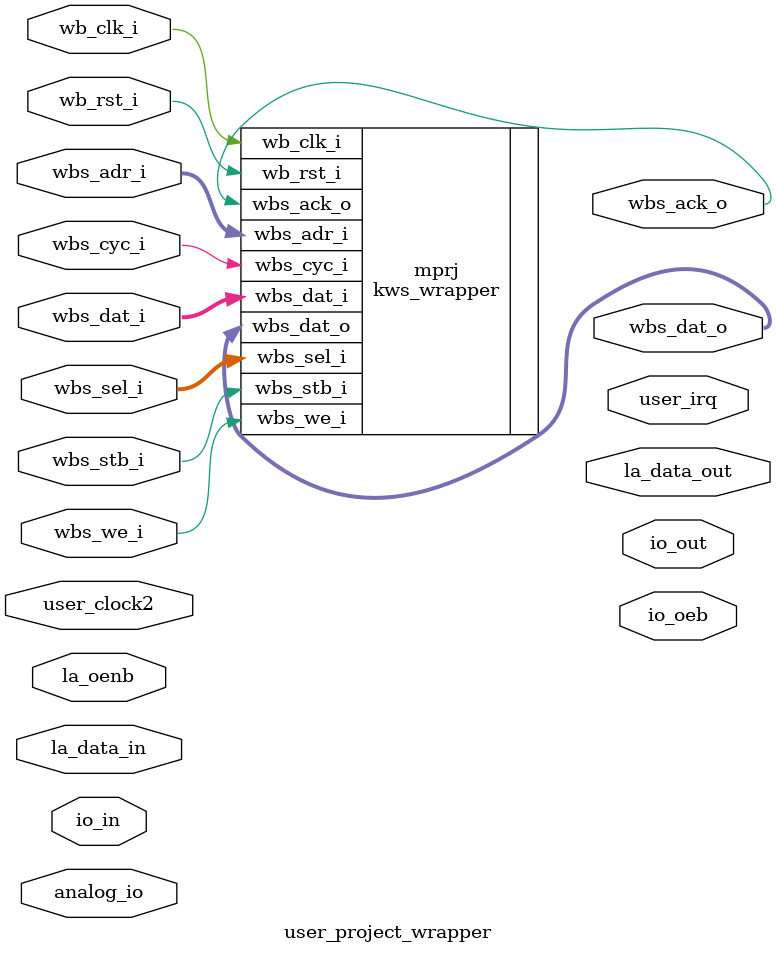
<source format=v>
module user_project_wrapper (user_clock2,
    wb_clk_i,
    wb_rst_i,
    wbs_ack_o,
    wbs_cyc_i,
    wbs_stb_i,
    wbs_we_i,
    analog_io,
    io_in,
    io_oeb,
    io_out,
    la_data_in,
    la_data_out,
    la_oenb,
    user_irq,
    wbs_adr_i,
    wbs_dat_i,
    wbs_dat_o,
    wbs_sel_i);
 input user_clock2;
 input wb_clk_i;
 input wb_rst_i;
 output wbs_ack_o;
 input wbs_cyc_i;
 input wbs_stb_i;
 input wbs_we_i;
 inout [28:0] analog_io;
 input [37:0] io_in;
 output [37:0] io_oeb;
 output [37:0] io_out;
 input [127:0] la_data_in;
 output [127:0] la_data_out;
 input [127:0] la_oenb;
 output [2:0] user_irq;
 input [31:0] wbs_adr_i;
 input [31:0] wbs_dat_i;
 output [31:0] wbs_dat_o;
 input [3:0] wbs_sel_i;


 kws_wrapper mprj (.wb_clk_i(wb_clk_i),
    .wb_rst_i(wb_rst_i),
    .wbs_ack_o(wbs_ack_o),
    .wbs_cyc_i(wbs_cyc_i),
    .wbs_stb_i(wbs_stb_i),
    .wbs_we_i(wbs_we_i),
    .wbs_adr_i({wbs_adr_i[31],
    wbs_adr_i[30],
    wbs_adr_i[29],
    wbs_adr_i[28],
    wbs_adr_i[27],
    wbs_adr_i[26],
    wbs_adr_i[25],
    wbs_adr_i[24],
    wbs_adr_i[23],
    wbs_adr_i[22],
    wbs_adr_i[21],
    wbs_adr_i[20],
    wbs_adr_i[19],
    wbs_adr_i[18],
    wbs_adr_i[17],
    wbs_adr_i[16],
    wbs_adr_i[15],
    wbs_adr_i[14],
    wbs_adr_i[13],
    wbs_adr_i[12],
    wbs_adr_i[11],
    wbs_adr_i[10],
    wbs_adr_i[9],
    wbs_adr_i[8],
    wbs_adr_i[7],
    wbs_adr_i[6],
    wbs_adr_i[5],
    wbs_adr_i[4],
    wbs_adr_i[3],
    wbs_adr_i[2],
    wbs_adr_i[1],
    wbs_adr_i[0]}),
    .wbs_dat_i({wbs_dat_i[31],
    wbs_dat_i[30],
    wbs_dat_i[29],
    wbs_dat_i[28],
    wbs_dat_i[27],
    wbs_dat_i[26],
    wbs_dat_i[25],
    wbs_dat_i[24],
    wbs_dat_i[23],
    wbs_dat_i[22],
    wbs_dat_i[21],
    wbs_dat_i[20],
    wbs_dat_i[19],
    wbs_dat_i[18],
    wbs_dat_i[17],
    wbs_dat_i[16],
    wbs_dat_i[15],
    wbs_dat_i[14],
    wbs_dat_i[13],
    wbs_dat_i[12],
    wbs_dat_i[11],
    wbs_dat_i[10],
    wbs_dat_i[9],
    wbs_dat_i[8],
    wbs_dat_i[7],
    wbs_dat_i[6],
    wbs_dat_i[5],
    wbs_dat_i[4],
    wbs_dat_i[3],
    wbs_dat_i[2],
    wbs_dat_i[1],
    wbs_dat_i[0]}),
    .wbs_dat_o({wbs_dat_o[31],
    wbs_dat_o[30],
    wbs_dat_o[29],
    wbs_dat_o[28],
    wbs_dat_o[27],
    wbs_dat_o[26],
    wbs_dat_o[25],
    wbs_dat_o[24],
    wbs_dat_o[23],
    wbs_dat_o[22],
    wbs_dat_o[21],
    wbs_dat_o[20],
    wbs_dat_o[19],
    wbs_dat_o[18],
    wbs_dat_o[17],
    wbs_dat_o[16],
    wbs_dat_o[15],
    wbs_dat_o[14],
    wbs_dat_o[13],
    wbs_dat_o[12],
    wbs_dat_o[11],
    wbs_dat_o[10],
    wbs_dat_o[9],
    wbs_dat_o[8],
    wbs_dat_o[7],
    wbs_dat_o[6],
    wbs_dat_o[5],
    wbs_dat_o[4],
    wbs_dat_o[3],
    wbs_dat_o[2],
    wbs_dat_o[1],
    wbs_dat_o[0]}),
    .wbs_sel_i({wbs_sel_i[3],
    wbs_sel_i[2],
    wbs_sel_i[1],
    wbs_sel_i[0]}));
endmodule


</source>
